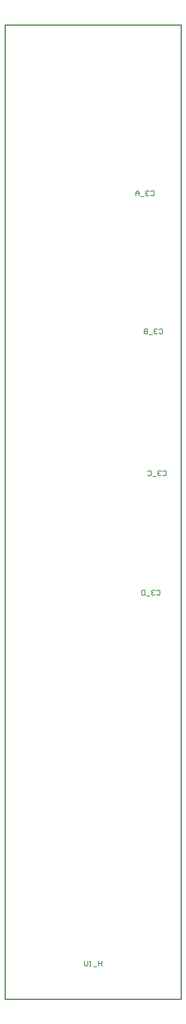
<source format=gbo>
G04 Layer_Color=32896*
%FSLAX44Y44*%
%MOMM*%
G71*
G01*
G75*
%ADD27C,0.2540*%
%ADD28C,0.2032*%
D27*
X0Y-1990000D02*
Y-1274D01*
Y-1990000D02*
X359410D01*
X0Y-1274D02*
X359410D01*
Y-1990000D02*
Y-1274D01*
D28*
X310094Y-1157273D02*
X311787Y-1155580D01*
X315172D01*
X316865Y-1157273D01*
Y-1164044D01*
X315172Y-1165737D01*
X311787D01*
X310094Y-1164044D01*
X306708Y-1157273D02*
X305016Y-1155580D01*
X301630D01*
X299937Y-1157273D01*
Y-1158966D01*
X301630Y-1160658D01*
X303323D01*
X301630D01*
X299937Y-1162351D01*
Y-1164044D01*
X301630Y-1165737D01*
X305016D01*
X306708Y-1164044D01*
X296552Y-1167430D02*
X289780D01*
X286395Y-1155580D02*
Y-1165737D01*
X281317D01*
X279624Y-1164044D01*
Y-1157273D01*
X281317Y-1155580D01*
X286395D01*
X322794Y-913433D02*
X324487Y-911740D01*
X327872D01*
X329565Y-913433D01*
Y-920204D01*
X327872Y-921897D01*
X324487D01*
X322794Y-920204D01*
X319408Y-913433D02*
X317715Y-911740D01*
X314330D01*
X312637Y-913433D01*
Y-915126D01*
X314330Y-916818D01*
X316023D01*
X314330D01*
X312637Y-918511D01*
Y-920204D01*
X314330Y-921897D01*
X317715D01*
X319408Y-920204D01*
X309252Y-923590D02*
X302480D01*
X292324Y-913433D02*
X294016Y-911740D01*
X297402D01*
X299095Y-913433D01*
Y-920204D01*
X297402Y-921897D01*
X294016D01*
X292324Y-920204D01*
X297648Y-341933D02*
X299341Y-340240D01*
X302726D01*
X304419Y-341933D01*
Y-348704D01*
X302726Y-350397D01*
X299341D01*
X297648Y-348704D01*
X294262Y-341933D02*
X292570Y-340240D01*
X289184D01*
X287491Y-341933D01*
Y-343626D01*
X289184Y-345318D01*
X290877D01*
X289184D01*
X287491Y-347011D01*
Y-348704D01*
X289184Y-350397D01*
X292570D01*
X294262Y-348704D01*
X284106Y-352090D02*
X277334D01*
X273949Y-350397D02*
Y-343626D01*
X270563Y-340240D01*
X267178Y-343626D01*
Y-350397D01*
Y-345318D01*
X273949D01*
X315174Y-623873D02*
X316867Y-622180D01*
X320252D01*
X321945Y-623873D01*
Y-630644D01*
X320252Y-632337D01*
X316867D01*
X315174Y-630644D01*
X311788Y-623873D02*
X310096Y-622180D01*
X306710D01*
X305017Y-623873D01*
Y-625566D01*
X306710Y-627258D01*
X308403D01*
X306710D01*
X305017Y-628951D01*
Y-630644D01*
X306710Y-632337D01*
X310096D01*
X311788Y-630644D01*
X301632Y-634030D02*
X294860D01*
X291475Y-622180D02*
Y-632337D01*
X286397D01*
X284704Y-630644D01*
Y-628951D01*
X286397Y-627258D01*
X291475D01*
X286397D01*
X284704Y-625566D01*
Y-623873D01*
X286397Y-622180D01*
X291475D01*
X162070Y-1912627D02*
Y-1921091D01*
X163763Y-1922784D01*
X167148D01*
X168841Y-1921091D01*
Y-1912627D01*
X172227Y-1922784D02*
X175612D01*
X173920D01*
Y-1912627D01*
X172227Y-1914320D01*
X180691Y-1924477D02*
X187462D01*
X190847Y-1912627D02*
Y-1922784D01*
Y-1917706D01*
X197619D01*
Y-1912627D01*
Y-1922784D01*
M02*

</source>
